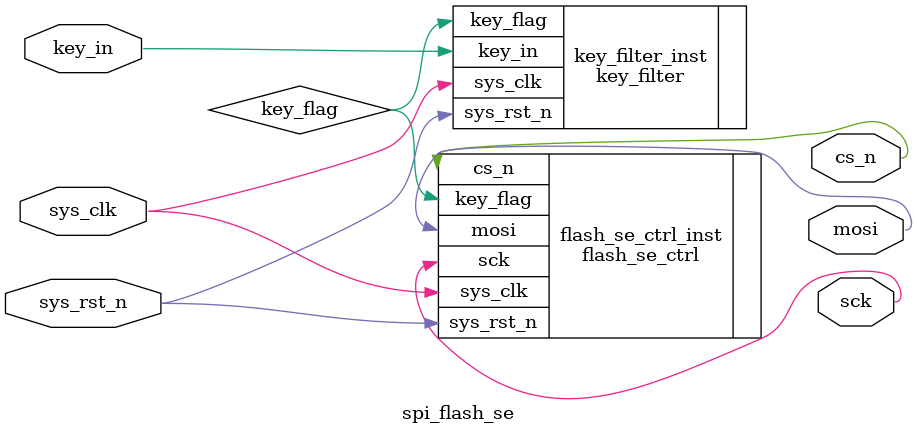
<source format=v>
module  spi_flash_se
(
    input   wire            sys_clk     ,
    input   wire            sys_rst_n   ,
    input   wire            key_in      ,
    
    output  wire            sck         ,
    output  wire            cs_n        ,
    output  wire            mosi        

);

wire    key_flag;

flash_se_ctrl   flash_se_ctrl_inst
(
    . sys_clk     (sys_clk  ),
    . sys_rst_n   (sys_rst_n),
    . key_flag    (key_flag ),
    
    . sck         (sck      ),
    . cs_n        (cs_n     ),
    . mosi        (mosi     )
);

key_filter
#(      .CNT_MAX(20'd999_999)
)
key_filter_inst
(
        .sys_clk     (sys_clk  ),
        .sys_rst_n   (sys_rst_n),
        .key_in      (key_in   ),
        
        .key_flag    (key_flag )
);


endmodule

</source>
